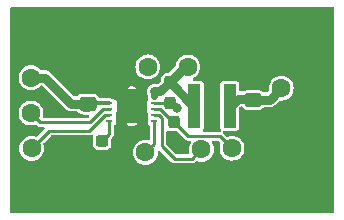
<source format=gbr>
%TF.GenerationSoftware,KiCad,Pcbnew,7.0.7*%
%TF.CreationDate,2023-12-24T20:56:02+03:00*%
%TF.ProjectId,Main_PCB_002,4d61696e-5f50-4434-925f-3030322e6b69,rev?*%
%TF.SameCoordinates,Original*%
%TF.FileFunction,Copper,L1,Top*%
%TF.FilePolarity,Positive*%
%FSLAX46Y46*%
G04 Gerber Fmt 4.6, Leading zero omitted, Abs format (unit mm)*
G04 Created by KiCad (PCBNEW 7.0.7) date 2023-12-24 20:56:02*
%MOMM*%
%LPD*%
G01*
G04 APERTURE LIST*
G04 Aperture macros list*
%AMRoundRect*
0 Rectangle with rounded corners*
0 $1 Rounding radius*
0 $2 $3 $4 $5 $6 $7 $8 $9 X,Y pos of 4 corners*
0 Add a 4 corners polygon primitive as box body*
4,1,4,$2,$3,$4,$5,$6,$7,$8,$9,$2,$3,0*
0 Add four circle primitives for the rounded corners*
1,1,$1+$1,$2,$3*
1,1,$1+$1,$4,$5*
1,1,$1+$1,$6,$7*
1,1,$1+$1,$8,$9*
0 Add four rect primitives between the rounded corners*
20,1,$1+$1,$2,$3,$4,$5,0*
20,1,$1+$1,$4,$5,$6,$7,0*
20,1,$1+$1,$6,$7,$8,$9,0*
20,1,$1+$1,$8,$9,$2,$3,0*%
G04 Aperture macros list end*
%TA.AperFunction,ComponentPad*%
%ADD10C,1.600000*%
%TD*%
%TA.AperFunction,SMDPad,CuDef*%
%ADD11RoundRect,0.250000X-0.475000X0.337500X-0.475000X-0.337500X0.475000X-0.337500X0.475000X0.337500X0*%
%TD*%
%TA.AperFunction,SMDPad,CuDef*%
%ADD12RoundRect,0.237500X-0.300000X-0.237500X0.300000X-0.237500X0.300000X0.237500X-0.300000X0.237500X0*%
%TD*%
%TA.AperFunction,SMDPad,CuDef*%
%ADD13R,1.092200X3.708400*%
%TD*%
%TA.AperFunction,SMDPad,CuDef*%
%ADD14RoundRect,0.250000X0.475000X-0.337500X0.475000X0.337500X-0.475000X0.337500X-0.475000X-0.337500X0*%
%TD*%
%TA.AperFunction,SMDPad,CuDef*%
%ADD15RoundRect,0.237500X-0.237500X0.300000X-0.237500X-0.300000X0.237500X-0.300000X0.237500X0.300000X0*%
%TD*%
%TA.AperFunction,SMDPad,CuDef*%
%ADD16RoundRect,0.237500X0.237500X-0.300000X0.237500X0.300000X-0.237500X0.300000X-0.237500X-0.300000X0*%
%TD*%
%TA.AperFunction,ComponentPad*%
%ADD17C,0.499999*%
%TD*%
%TA.AperFunction,SMDPad,CuDef*%
%ADD18R,2.600000X2.999999*%
%TD*%
%TA.AperFunction,SMDPad,CuDef*%
%ADD19R,0.599999X0.249999*%
%TD*%
%TA.AperFunction,ViaPad*%
%ADD20C,0.800000*%
%TD*%
%TA.AperFunction,Conductor*%
%ADD21C,0.750000*%
%TD*%
%TA.AperFunction,Conductor*%
%ADD22C,0.250000*%
%TD*%
%TA.AperFunction,Conductor*%
%ADD23C,0.600000*%
%TD*%
%TA.AperFunction,Conductor*%
%ADD24C,0.350000*%
%TD*%
%TA.AperFunction,Conductor*%
%ADD25C,0.500000*%
%TD*%
G04 APERTURE END LIST*
D10*
%TO.P,D8,1,Conn*%
%TO.N,GND2*%
X119800000Y-129500000D03*
%TD*%
%TO.P,D5,1,Conn*%
%TO.N,GND2*%
X119800000Y-117300000D03*
%TD*%
D11*
%TO.P,C28,2*%
%TO.N,GND2*%
X134112000Y-123952000D03*
%TO.P,C28,1*%
%TO.N,Net-(D2-Conn)*%
X134112000Y-121877000D03*
%TD*%
D12*
%TO.P,C26,2*%
%TO.N,GND2*%
X123062500Y-125400000D03*
%TO.P,C26,1*%
%TO.N,Net-(U1-SS)*%
X121337500Y-125400000D03*
%TD*%
D10*
%TO.P,D1,1,Conn*%
%TO.N,Net-(D1-Conn)*%
X125200000Y-119100000D03*
%TD*%
D13*
%TO.P,L1,2,2*%
%TO.N,Net-(D4-Conn)*%
X129133600Y-122377200D03*
%TO.P,L1,1,1*%
%TO.N,Net-(D2-Conn)*%
X132130800Y-122377200D03*
%TD*%
D10*
%TO.P,D9,1,Conn*%
%TO.N,Net-(D9-Conn)*%
X129743200Y-126085600D03*
%TD*%
%TO.P,D18,1,Conn*%
%TO.N,Net-(D18-Conn)*%
X115366800Y-126000000D03*
%TD*%
D14*
%TO.P,C5,2*%
%TO.N,GND2*%
X120100000Y-120125000D03*
%TO.P,C5,1*%
%TO.N,Net-(D17-Conn)*%
X120100000Y-122200000D03*
%TD*%
D10*
%TO.P,D7,1,Conn*%
%TO.N,Net-(D7-Conn)*%
X132334000Y-125984000D03*
%TD*%
%TO.P,D19,1,Conn*%
%TO.N,Net-(D19-Conn)*%
X115316000Y-123000000D03*
%TD*%
%TO.P,D2,1,Conn*%
%TO.N,Net-(D2-Conn)*%
X136499600Y-120904000D03*
%TD*%
%TO.P,D6,1,Conn*%
%TO.N,Net-(D6-Conn)*%
X125000000Y-126339600D03*
%TD*%
D15*
%TO.P,C2,2*%
%TO.N,GND2*%
X127406400Y-125473800D03*
%TO.P,C2,1*%
%TO.N,Net-(D7-Conn)*%
X127406400Y-123748800D03*
%TD*%
D16*
%TO.P,C27,2*%
%TO.N,Net-(D4-Conn)*%
X127050800Y-120397100D03*
%TO.P,C27,1*%
%TO.N,Net-(D1-Conn)*%
X127050800Y-122122100D03*
%TD*%
D17*
%TO.P,U1,V*%
%TO.N,N/C*%
X124850401Y-122428000D03*
X123850400Y-123628000D03*
X123850400Y-122428000D03*
X123850400Y-121228000D03*
X122850399Y-122428000D03*
D18*
%TO.P,U1,13,PAD*%
%TO.N,GND2*%
X123850400Y-122428000D03*
D19*
%TO.P,U1,12,SW*%
%TO.N,Net-(D4-Conn)*%
X125750399Y-121178000D03*
%TO.P,U1,11,SW*%
X125750399Y-121677999D03*
%TO.P,U1,10,BST*%
%TO.N,Net-(D1-Conn)*%
X125750399Y-122177998D03*
%TO.P,U1,9,VCC*%
%TO.N,Net-(D7-Conn)*%
X125750399Y-122678000D03*
%TO.P,U1,8,FB*%
%TO.N,Net-(D9-Conn)*%
X125750399Y-123177998D03*
%TO.P,U1,7,FPWM*%
%TO.N,Net-(D6-Conn)*%
X125750399Y-123678000D03*
%TO.P,U1,6,SS*%
%TO.N,Net-(U1-SS)*%
X121950401Y-123678000D03*
%TO.P,U1,5,RON*%
%TO.N,Net-(D18-Conn)*%
X121950401Y-123177998D03*
%TO.P,U1,4,EN_UVLO*%
%TO.N,Net-(D19-Conn)*%
X121950401Y-122678000D03*
%TO.P,U1,3,VIN*%
%TO.N,Net-(D17-Conn)*%
X121950401Y-122178000D03*
%TO.P,U1,2,PGND*%
%TO.N,GND2*%
X121950401Y-121677999D03*
%TO.P,U1,1,AGND*%
X121950401Y-121178000D03*
%TD*%
D10*
%TO.P,D17,1,Conn*%
%TO.N,Net-(D17-Conn)*%
X115316000Y-120000000D03*
%TD*%
%TO.P,D4,1,Conn*%
%TO.N,Net-(D4-Conn)*%
X128600000Y-119100000D03*
%TD*%
%TO.P,D3,1,Conn*%
%TO.N,GND2*%
X136550400Y-124663200D03*
%TD*%
D20*
%TO.N,Net-(D1-Conn)*%
X127716004Y-122614911D03*
%TD*%
D21*
%TO.N,Net-(D17-Conn)*%
X116500000Y-120000000D02*
X118700000Y-122200000D01*
X118700000Y-122200000D02*
X120100000Y-122200000D01*
X115316000Y-120000000D02*
X116500000Y-120000000D01*
D22*
%TO.N,Net-(U1-SS)*%
X121950401Y-124787099D02*
X121337500Y-125400000D01*
X121950401Y-123678000D02*
X121950401Y-124787099D01*
D23*
%TO.N,Net-(D4-Conn)*%
X125750399Y-121178000D02*
X125750399Y-121552998D01*
D21*
X127050800Y-120397100D02*
X126269900Y-121178000D01*
X126269900Y-121178000D02*
X125750399Y-121178000D01*
%TO.N,Net-(D2-Conn)*%
X135526600Y-121877000D02*
X136499600Y-120904000D01*
X134112000Y-121877000D02*
X135526600Y-121877000D01*
X134035000Y-121800000D02*
X134112000Y-121877000D01*
X132800000Y-121800000D02*
X134035000Y-121800000D01*
X132222800Y-122377200D02*
X132800000Y-121800000D01*
X132130800Y-122377200D02*
X132222800Y-122377200D01*
%TO.N,Net-(D4-Conn)*%
X128347900Y-119100000D02*
X127050800Y-120397100D01*
X128600000Y-119100000D02*
X128347900Y-119100000D01*
X129030900Y-122377200D02*
X127050800Y-120397100D01*
X129133600Y-122377200D02*
X129030900Y-122377200D01*
D22*
%TO.N,Net-(D6-Conn)*%
X125750399Y-125589201D02*
X125000000Y-126339600D01*
X125750399Y-123678000D02*
X125750399Y-125589201D01*
%TO.N,Net-(D9-Conn)*%
X126137307Y-123177998D02*
X125750399Y-123177998D01*
X126400000Y-123440691D02*
X126137307Y-123177998D01*
X126400000Y-125800000D02*
X126400000Y-123440691D01*
X128943201Y-126885599D02*
X127485599Y-126885599D01*
X127485599Y-126885599D02*
X126400000Y-125800000D01*
X129743200Y-126085600D02*
X128943201Y-126885599D01*
%TO.N,Net-(D7-Conn)*%
X131310600Y-124960600D02*
X132334000Y-125984000D01*
X128618200Y-124960600D02*
X131310600Y-124960600D01*
X127406400Y-123748800D02*
X128618200Y-124960600D01*
X127344505Y-123748800D02*
X127406400Y-123748800D01*
X126273705Y-122678000D02*
X127344505Y-123748800D01*
X125750399Y-122678000D02*
X126273705Y-122678000D01*
%TO.N,Net-(D1-Conn)*%
X126994902Y-122177998D02*
X125750399Y-122177998D01*
X127050800Y-122122100D02*
X126994902Y-122177998D01*
%TO.N,Net-(D18-Conn)*%
X116866800Y-124500000D02*
X115366800Y-126000000D01*
X121558398Y-123177998D02*
X120236396Y-124500000D01*
X120236396Y-124500000D02*
X116866800Y-124500000D01*
X121950401Y-123177998D02*
X121558398Y-123177998D01*
%TO.N,Net-(D19-Conn)*%
X116115999Y-123799999D02*
X115316000Y-123000000D01*
X120300001Y-123799999D02*
X116115999Y-123799999D01*
X121422000Y-122678000D02*
X120300001Y-123799999D01*
X121950401Y-122678000D02*
X121422000Y-122678000D01*
D24*
%TO.N,Net-(D17-Conn)*%
X120259500Y-122178000D02*
X119800000Y-122637500D01*
D25*
X119800000Y-122637500D02*
X120237500Y-122637500D01*
D24*
X121950401Y-122178000D02*
X120259500Y-122178000D01*
D22*
%TO.N,Net-(D19-Conn)*%
X121950401Y-122678000D02*
X121978000Y-122678000D01*
%TD*%
%TA.AperFunction,Conductor*%
%TO.N,GND2*%
G36*
X126942828Y-124485318D02*
G01*
X127012042Y-124511134D01*
X127064100Y-124530551D01*
X127122209Y-124536799D01*
X127122226Y-124536800D01*
X127612001Y-124536800D01*
X127679040Y-124556485D01*
X127699681Y-124573118D01*
X128028257Y-124901695D01*
X128316050Y-125189488D01*
X128332175Y-125209344D01*
X128338113Y-125218432D01*
X128338116Y-125218436D01*
X128366125Y-125240236D01*
X128371887Y-125245325D01*
X128374682Y-125248120D01*
X128393695Y-125261694D01*
X128437011Y-125295409D01*
X128437018Y-125295411D01*
X128443920Y-125299147D01*
X128450996Y-125302606D01*
X128451001Y-125302610D01*
X128456678Y-125304300D01*
X128503603Y-125318270D01*
X128555538Y-125336100D01*
X128563272Y-125337390D01*
X128571110Y-125338367D01*
X128571112Y-125338368D01*
X128571113Y-125338367D01*
X128571114Y-125338368D01*
X128625956Y-125336100D01*
X128745786Y-125336100D01*
X128812825Y-125355785D01*
X128858580Y-125408589D01*
X128868524Y-125477747D01*
X128855145Y-125518550D01*
X128822275Y-125580046D01*
X128767969Y-125681643D01*
X128707899Y-125879667D01*
X128687617Y-126085600D01*
X128707899Y-126291532D01*
X128707900Y-126291534D01*
X128722480Y-126339600D01*
X128725667Y-126350104D01*
X128726290Y-126419971D01*
X128689042Y-126479084D01*
X128625747Y-126508675D01*
X128607006Y-126510099D01*
X127692498Y-126510099D01*
X127625459Y-126490414D01*
X127604817Y-126473780D01*
X126811818Y-125680781D01*
X126778333Y-125619458D01*
X126775499Y-125593100D01*
X126775499Y-124996559D01*
X126775499Y-124601499D01*
X126795184Y-124534463D01*
X126847988Y-124488708D01*
X126917146Y-124478764D01*
X126942828Y-124485318D01*
G37*
%TD.AperFunction*%
%TA.AperFunction,Conductor*%
G36*
X140932539Y-114030185D02*
G01*
X140978294Y-114082989D01*
X140989500Y-114134500D01*
X140989500Y-131365500D01*
X140969815Y-131432539D01*
X140917011Y-131478294D01*
X140865500Y-131489500D01*
X113634500Y-131489500D01*
X113567461Y-131469815D01*
X113521706Y-131417011D01*
X113510500Y-131365500D01*
X113510500Y-123000000D01*
X114260417Y-123000000D01*
X114280699Y-123205932D01*
X114310734Y-123304943D01*
X114340768Y-123403954D01*
X114438315Y-123586450D01*
X114438317Y-123586452D01*
X114569589Y-123746410D01*
X114666209Y-123825702D01*
X114729550Y-123877685D01*
X114912046Y-123975232D01*
X115110066Y-124035300D01*
X115110065Y-124035300D01*
X115128529Y-124037118D01*
X115316000Y-124055583D01*
X115521934Y-124035300D01*
X115679709Y-123987439D01*
X115749574Y-123986817D01*
X115803383Y-124018420D01*
X115813848Y-124028885D01*
X115829977Y-124048746D01*
X115834443Y-124055583D01*
X115835915Y-124057835D01*
X115863931Y-124079640D01*
X115869692Y-124084729D01*
X115872481Y-124087518D01*
X115891482Y-124101084D01*
X115926703Y-124128498D01*
X115934810Y-124134808D01*
X115941721Y-124138548D01*
X115948799Y-124142009D01*
X115970139Y-124148362D01*
X116001404Y-124157670D01*
X116053339Y-124175499D01*
X116053341Y-124175499D01*
X116061078Y-124176790D01*
X116068908Y-124177766D01*
X116068910Y-124177767D01*
X116068911Y-124177766D01*
X116068912Y-124177767D01*
X116123754Y-124175499D01*
X116360899Y-124175499D01*
X116427938Y-124195184D01*
X116473693Y-124247988D01*
X116483637Y-124317146D01*
X116454612Y-124380702D01*
X116448580Y-124387180D01*
X115854181Y-124981578D01*
X115792858Y-125015063D01*
X115730506Y-125012558D01*
X115572733Y-124964699D01*
X115572734Y-124964699D01*
X115366800Y-124944417D01*
X115160867Y-124964699D01*
X115003097Y-125012558D01*
X114969387Y-125022784D01*
X114962843Y-125024769D01*
X114872398Y-125073114D01*
X114780350Y-125122315D01*
X114780348Y-125122316D01*
X114780347Y-125122317D01*
X114620389Y-125253589D01*
X114489117Y-125413547D01*
X114391569Y-125596043D01*
X114331499Y-125794067D01*
X114311217Y-125999999D01*
X114331499Y-126205932D01*
X114331500Y-126205934D01*
X114391568Y-126403954D01*
X114489115Y-126586450D01*
X114489117Y-126586452D01*
X114620389Y-126746410D01*
X114717009Y-126825702D01*
X114780350Y-126877685D01*
X114962846Y-126975232D01*
X115160866Y-127035300D01*
X115160865Y-127035300D01*
X115179329Y-127037118D01*
X115366800Y-127055583D01*
X115572734Y-127035300D01*
X115770754Y-126975232D01*
X115953250Y-126877685D01*
X116113210Y-126746410D01*
X116244485Y-126586450D01*
X116342032Y-126403954D01*
X116402100Y-126205934D01*
X116422383Y-126000000D01*
X116402100Y-125794066D01*
X116354239Y-125636290D01*
X116353616Y-125566426D01*
X116385217Y-125512618D01*
X116986017Y-124911819D01*
X117047341Y-124878334D01*
X117073699Y-124875500D01*
X120184592Y-124875500D01*
X120210037Y-124878139D01*
X120213836Y-124878935D01*
X120220664Y-124880367D01*
X120241621Y-124877754D01*
X120255888Y-124875977D01*
X120263564Y-124875500D01*
X120267508Y-124875500D01*
X120267510Y-124875500D01*
X120267512Y-124875499D01*
X120267518Y-124875499D01*
X120282883Y-124872934D01*
X120290536Y-124871657D01*
X120345022Y-124864866D01*
X120345023Y-124864865D01*
X120345025Y-124864865D01*
X120352537Y-124862628D01*
X120360002Y-124860066D01*
X120360002Y-124860065D01*
X120360006Y-124860065D01*
X120408248Y-124833957D01*
X120410439Y-124832884D01*
X120411378Y-124832425D01*
X120480245Y-124820637D01*
X120544554Y-124847952D01*
X120583886Y-124905699D01*
X120585755Y-124975544D01*
X120582068Y-124987137D01*
X120555748Y-125057700D01*
X120549500Y-125115809D01*
X120549500Y-125684190D01*
X120555748Y-125742299D01*
X120604789Y-125873780D01*
X120630875Y-125908626D01*
X120688884Y-125986116D01*
X120801222Y-126070212D01*
X120893594Y-126104665D01*
X120932700Y-126119251D01*
X120990809Y-126125499D01*
X120990826Y-126125500D01*
X121684174Y-126125500D01*
X121684190Y-126125499D01*
X121742299Y-126119251D01*
X121742298Y-126119251D01*
X121873778Y-126070212D01*
X121986116Y-125986116D01*
X122070212Y-125873778D01*
X122119251Y-125742299D01*
X122119250Y-125742298D01*
X122125499Y-125684190D01*
X122125498Y-125684183D01*
X122125500Y-125684174D01*
X122125499Y-125194399D01*
X122145183Y-125127361D01*
X122161818Y-125106719D01*
X122179291Y-125089246D01*
X122199150Y-125073119D01*
X122208237Y-125067183D01*
X122230045Y-125039161D01*
X122235122Y-125033415D01*
X122237921Y-125030617D01*
X122251495Y-125011603D01*
X122270539Y-124987137D01*
X122285208Y-124968291D01*
X122288948Y-124961379D01*
X122292404Y-124954306D01*
X122292411Y-124954298D01*
X122308071Y-124901695D01*
X122325901Y-124849759D01*
X122325901Y-124849754D01*
X122327191Y-124842023D01*
X122328169Y-124834184D01*
X122325901Y-124779343D01*
X122325901Y-124458887D01*
X122325900Y-124120105D01*
X122345584Y-124053067D01*
X122381007Y-124017005D01*
X122431002Y-123983601D01*
X122486367Y-123900740D01*
X122500901Y-123827674D01*
X122500901Y-123528326D01*
X122500901Y-123528323D01*
X122500900Y-123528321D01*
X122485757Y-123452189D01*
X122485757Y-123403806D01*
X122500901Y-123327674D01*
X122500901Y-123028330D01*
X122500901Y-123028324D01*
X122500899Y-123028318D01*
X122500526Y-123024524D01*
X122500901Y-123022546D01*
X122500901Y-123022232D01*
X122500961Y-123022232D01*
X122513543Y-122955877D01*
X122561607Y-122905166D01*
X122629457Y-122888489D01*
X122658861Y-122893388D01*
X122712108Y-122909023D01*
X122778437Y-122928499D01*
X122778438Y-122928499D01*
X122922361Y-122928499D01*
X122922361Y-122928498D01*
X123041935Y-122893389D01*
X123060449Y-122887953D01*
X123060449Y-122887952D01*
X123060452Y-122887952D01*
X123181527Y-122810142D01*
X123256687Y-122723401D01*
X123315463Y-122685628D01*
X123385332Y-122685627D01*
X123444111Y-122723401D01*
X123444112Y-122723403D01*
X123519269Y-122810140D01*
X123519271Y-122810141D01*
X123519272Y-122810142D01*
X123523291Y-122812725D01*
X123640348Y-122887953D01*
X123712107Y-122909023D01*
X123770885Y-122946797D01*
X123799910Y-123010353D01*
X123789966Y-123079511D01*
X123744212Y-123132315D01*
X123712107Y-123146977D01*
X123640348Y-123168046D01*
X123519269Y-123245859D01*
X123425026Y-123354622D01*
X123425023Y-123354628D01*
X123365235Y-123485543D01*
X123344754Y-123627999D01*
X123365235Y-123770456D01*
X123425023Y-123901371D01*
X123425026Y-123901377D01*
X123519269Y-124010140D01*
X123519271Y-124010141D01*
X123519272Y-124010142D01*
X123640347Y-124087952D01*
X123640350Y-124087953D01*
X123640349Y-124087953D01*
X123778436Y-124128498D01*
X123778438Y-124128499D01*
X123778439Y-124128499D01*
X123922362Y-124128499D01*
X123922362Y-124128498D01*
X124060453Y-124087952D01*
X124181528Y-124010142D01*
X124181530Y-124010140D01*
X124275773Y-123901377D01*
X124275773Y-123901375D01*
X124275776Y-123901373D01*
X124335564Y-123770457D01*
X124356046Y-123628000D01*
X124335564Y-123485543D01*
X124275776Y-123354627D01*
X124275774Y-123354625D01*
X124275773Y-123354622D01*
X124181530Y-123245859D01*
X124129656Y-123212522D01*
X124060453Y-123168048D01*
X124060451Y-123168047D01*
X124060449Y-123168046D01*
X124060450Y-123168046D01*
X123988693Y-123146977D01*
X123929914Y-123109203D01*
X123900889Y-123045648D01*
X123910832Y-122976489D01*
X123956587Y-122923685D01*
X123988693Y-122909023D01*
X124060450Y-122887953D01*
X124060450Y-122887952D01*
X124060453Y-122887952D01*
X124181528Y-122810142D01*
X124256688Y-122723401D01*
X124315464Y-122685628D01*
X124385333Y-122685627D01*
X124444112Y-122723401D01*
X124444113Y-122723403D01*
X124519270Y-122810140D01*
X124519272Y-122810141D01*
X124519273Y-122810142D01*
X124640348Y-122887952D01*
X124640351Y-122887953D01*
X124640350Y-122887953D01*
X124683900Y-122900740D01*
X124776737Y-122927999D01*
X124778437Y-122928498D01*
X124778439Y-122928499D01*
X124778440Y-122928499D01*
X124922362Y-122928499D01*
X125041937Y-122893389D01*
X125111804Y-122893389D01*
X125170583Y-122931163D01*
X125199608Y-122994719D01*
X125200274Y-123024511D01*
X125199899Y-123028321D01*
X125199899Y-123028324D01*
X125199899Y-123327672D01*
X125199899Y-123327674D01*
X125199898Y-123327674D01*
X125215043Y-123403806D01*
X125215043Y-123452189D01*
X125199899Y-123528321D01*
X125199899Y-123827678D01*
X125214431Y-123900735D01*
X125214432Y-123900739D01*
X125232804Y-123928234D01*
X125269798Y-123983601D01*
X125319789Y-124017003D01*
X125364593Y-124070614D01*
X125374898Y-124120105D01*
X125374898Y-125188359D01*
X125355213Y-125255398D01*
X125302409Y-125301153D01*
X125233251Y-125311097D01*
X125214909Y-125307022D01*
X125205931Y-125304299D01*
X125205934Y-125304299D01*
X125018463Y-125285835D01*
X125000000Y-125284017D01*
X124999999Y-125284017D01*
X124794067Y-125304299D01*
X124596043Y-125364369D01*
X124533973Y-125397547D01*
X124413550Y-125461915D01*
X124413548Y-125461916D01*
X124413547Y-125461917D01*
X124253589Y-125593189D01*
X124131220Y-125742299D01*
X124122315Y-125753150D01*
X124100445Y-125794065D01*
X124024769Y-125935643D01*
X123964699Y-126133667D01*
X123944417Y-126339600D01*
X123964699Y-126545532D01*
X123977112Y-126586452D01*
X124024768Y-126743554D01*
X124122315Y-126926050D01*
X124122317Y-126926052D01*
X124253589Y-127086010D01*
X124320819Y-127141183D01*
X124413550Y-127217285D01*
X124596046Y-127314832D01*
X124794066Y-127374900D01*
X124794065Y-127374900D01*
X124814348Y-127376897D01*
X125000000Y-127395183D01*
X125205934Y-127374900D01*
X125403954Y-127314832D01*
X125586450Y-127217285D01*
X125746410Y-127086010D01*
X125877685Y-126926050D01*
X125975232Y-126743554D01*
X126035300Y-126545534D01*
X126055583Y-126339600D01*
X126050987Y-126292942D01*
X126064005Y-126224300D01*
X126112069Y-126173589D01*
X126179920Y-126156913D01*
X126246015Y-126179568D01*
X126262071Y-126193109D01*
X127183449Y-127114487D01*
X127199574Y-127134343D01*
X127205512Y-127143431D01*
X127205515Y-127143435D01*
X127233524Y-127165235D01*
X127239286Y-127170324D01*
X127242081Y-127173119D01*
X127261094Y-127186693D01*
X127304410Y-127220408D01*
X127304417Y-127220410D01*
X127311319Y-127224146D01*
X127318395Y-127227605D01*
X127318400Y-127227609D01*
X127371002Y-127243269D01*
X127422937Y-127261099D01*
X127430671Y-127262389D01*
X127438509Y-127263366D01*
X127438511Y-127263367D01*
X127438512Y-127263366D01*
X127438513Y-127263367D01*
X127493355Y-127261099D01*
X128891397Y-127261099D01*
X128916842Y-127263738D01*
X128920641Y-127264534D01*
X128927469Y-127265966D01*
X128948426Y-127263353D01*
X128962693Y-127261576D01*
X128970369Y-127261099D01*
X128974313Y-127261099D01*
X128974315Y-127261099D01*
X128974317Y-127261098D01*
X128974323Y-127261098D01*
X128989688Y-127258533D01*
X128997341Y-127257256D01*
X129051827Y-127250465D01*
X129051828Y-127250464D01*
X129051830Y-127250464D01*
X129059342Y-127248227D01*
X129066807Y-127245665D01*
X129066807Y-127245664D01*
X129066811Y-127245664D01*
X129115078Y-127219543D01*
X129164412Y-127195425D01*
X129164414Y-127195422D01*
X129170795Y-127190867D01*
X129177021Y-127186020D01*
X129177027Y-127186018D01*
X129214209Y-127145627D01*
X129255817Y-127104018D01*
X129317137Y-127070534D01*
X129379490Y-127073039D01*
X129516125Y-127114487D01*
X129537263Y-127120899D01*
X129537265Y-127120900D01*
X129555729Y-127122718D01*
X129743200Y-127141183D01*
X129949134Y-127120900D01*
X130147154Y-127060832D01*
X130329650Y-126963285D01*
X130489610Y-126832010D01*
X130620885Y-126672050D01*
X130718432Y-126489554D01*
X130778500Y-126291534D01*
X130798783Y-126085600D01*
X130778500Y-125879666D01*
X130718432Y-125681646D01*
X130631255Y-125518551D01*
X130617014Y-125450151D01*
X130642014Y-125384907D01*
X130698318Y-125343536D01*
X130740614Y-125336100D01*
X131103701Y-125336100D01*
X131170740Y-125355785D01*
X131191382Y-125372419D01*
X131315580Y-125496617D01*
X131349065Y-125557940D01*
X131346560Y-125620290D01*
X131327177Y-125684190D01*
X131298699Y-125778067D01*
X131278417Y-125983999D01*
X131298699Y-126189932D01*
X131328734Y-126288943D01*
X131358768Y-126387954D01*
X131456315Y-126570450D01*
X131490969Y-126612677D01*
X131587589Y-126730410D01*
X131684209Y-126809702D01*
X131747550Y-126861685D01*
X131930046Y-126959232D01*
X132128066Y-127019300D01*
X132128065Y-127019300D01*
X132146529Y-127021118D01*
X132334000Y-127039583D01*
X132539934Y-127019300D01*
X132737954Y-126959232D01*
X132920450Y-126861685D01*
X133080410Y-126730410D01*
X133211685Y-126570450D01*
X133309232Y-126387954D01*
X133369300Y-126189934D01*
X133389583Y-125984000D01*
X133369300Y-125778066D01*
X133309232Y-125580046D01*
X133211685Y-125397550D01*
X133135157Y-125304300D01*
X133080410Y-125237589D01*
X132946095Y-125127361D01*
X132920450Y-125106315D01*
X132737954Y-125008768D01*
X132539934Y-124948700D01*
X132539932Y-124948699D01*
X132539934Y-124948699D01*
X132352463Y-124930235D01*
X132334000Y-124928417D01*
X132333999Y-124928417D01*
X132128067Y-124948699D01*
X131970293Y-124996559D01*
X131900426Y-124997182D01*
X131846617Y-124965579D01*
X131612749Y-124731711D01*
X131596622Y-124711852D01*
X131590686Y-124702767D01*
X131590685Y-124702766D01*
X131590684Y-124702764D01*
X131590681Y-124702761D01*
X131583725Y-124695205D01*
X131584975Y-124694054D01*
X131551142Y-124647045D01*
X131547467Y-124577273D01*
X131582097Y-124516589D01*
X131644038Y-124484260D01*
X131668117Y-124481900D01*
X132701576Y-124481900D01*
X132701577Y-124481899D01*
X132774640Y-124467366D01*
X132857501Y-124412001D01*
X132912866Y-124329140D01*
X132927400Y-124256074D01*
X132927400Y-122608553D01*
X132947085Y-122541514D01*
X132963719Y-122520872D01*
X133021186Y-122463405D01*
X133082509Y-122429920D01*
X133152201Y-122434904D01*
X133208133Y-122476774D01*
X133233244Y-122510318D01*
X133278264Y-122570457D01*
X133279455Y-122572047D01*
X133394664Y-122658293D01*
X133394671Y-122658297D01*
X133529517Y-122708591D01*
X133529516Y-122708591D01*
X133536444Y-122709335D01*
X133589127Y-122715000D01*
X134634872Y-122714999D01*
X134694483Y-122708591D01*
X134829331Y-122658296D01*
X134944546Y-122572046D01*
X134959410Y-122552189D01*
X135015343Y-122510318D01*
X135058677Y-122502500D01*
X135443857Y-122502500D01*
X135459477Y-122504224D01*
X135459504Y-122503939D01*
X135467260Y-122504671D01*
X135467267Y-122504673D01*
X135536414Y-122502500D01*
X135565950Y-122502500D01*
X135572828Y-122501630D01*
X135578641Y-122501172D01*
X135625227Y-122499709D01*
X135644469Y-122494117D01*
X135663512Y-122490174D01*
X135683392Y-122487664D01*
X135726722Y-122470507D01*
X135732246Y-122468617D01*
X135735996Y-122467527D01*
X135776990Y-122455618D01*
X135794229Y-122445422D01*
X135811703Y-122436862D01*
X135830327Y-122429488D01*
X135830327Y-122429487D01*
X135830332Y-122429486D01*
X135868049Y-122402082D01*
X135872905Y-122398892D01*
X135913020Y-122375170D01*
X135927189Y-122360999D01*
X135941979Y-122348368D01*
X135958187Y-122336594D01*
X135987899Y-122300676D01*
X135991812Y-122296376D01*
X136302469Y-121985719D01*
X136363790Y-121952236D01*
X136402298Y-121949999D01*
X136499600Y-121959583D01*
X136705534Y-121939300D01*
X136903554Y-121879232D01*
X137086050Y-121781685D01*
X137246010Y-121650410D01*
X137377285Y-121490450D01*
X137474832Y-121307954D01*
X137534900Y-121109934D01*
X137555183Y-120904000D01*
X137534900Y-120698066D01*
X137474832Y-120500046D01*
X137377285Y-120317550D01*
X137280824Y-120200011D01*
X137246010Y-120157589D01*
X137115439Y-120050434D01*
X137086050Y-120026315D01*
X136903554Y-119928768D01*
X136705534Y-119868700D01*
X136705532Y-119868699D01*
X136705534Y-119868699D01*
X136499600Y-119848417D01*
X136293667Y-119868699D01*
X136095643Y-119928769D01*
X135985498Y-119987643D01*
X135913150Y-120026315D01*
X135913148Y-120026316D01*
X135913147Y-120026317D01*
X135753189Y-120157589D01*
X135621917Y-120317547D01*
X135621915Y-120317550D01*
X135608633Y-120342399D01*
X135524369Y-120500043D01*
X135524368Y-120500045D01*
X135524368Y-120500046D01*
X135519474Y-120516181D01*
X135464299Y-120698067D01*
X135444017Y-120904000D01*
X135453599Y-121001296D01*
X135440580Y-121069942D01*
X135417878Y-121101129D01*
X135303829Y-121215180D01*
X135242506Y-121248666D01*
X135216147Y-121251500D01*
X135058677Y-121251500D01*
X134991638Y-121231815D01*
X134959410Y-121201810D01*
X134944545Y-121181953D01*
X134944544Y-121181952D01*
X134829335Y-121095706D01*
X134829328Y-121095702D01*
X134694482Y-121045408D01*
X134694483Y-121045408D01*
X134634883Y-121039001D01*
X134634881Y-121039000D01*
X134634873Y-121039000D01*
X134634864Y-121039000D01*
X133589129Y-121039000D01*
X133589123Y-121039001D01*
X133529516Y-121045408D01*
X133394671Y-121095702D01*
X133394668Y-121095704D01*
X133322450Y-121149767D01*
X133256986Y-121174184D01*
X133248139Y-121174500D01*
X133051400Y-121174500D01*
X132984361Y-121154815D01*
X132938606Y-121102011D01*
X132927400Y-121050500D01*
X132927400Y-120498323D01*
X132927399Y-120498321D01*
X132912867Y-120425264D01*
X132912866Y-120425260D01*
X132898630Y-120403954D01*
X132857501Y-120342399D01*
X132774640Y-120287034D01*
X132774639Y-120287033D01*
X132774635Y-120287032D01*
X132701577Y-120272500D01*
X132701574Y-120272500D01*
X131560026Y-120272500D01*
X131560023Y-120272500D01*
X131486964Y-120287032D01*
X131486960Y-120287033D01*
X131404099Y-120342399D01*
X131348733Y-120425260D01*
X131348732Y-120425264D01*
X131334200Y-120498321D01*
X131334199Y-120498323D01*
X131334199Y-124256076D01*
X131334200Y-124256078D01*
X131348732Y-124329135D01*
X131348735Y-124329143D01*
X131390875Y-124392210D01*
X131411753Y-124458887D01*
X131393268Y-124526267D01*
X131341289Y-124572957D01*
X131287773Y-124585100D01*
X129976627Y-124585100D01*
X129909588Y-124565415D01*
X129863833Y-124512611D01*
X129853889Y-124443453D01*
X129873525Y-124392210D01*
X129915664Y-124329143D01*
X129915664Y-124329142D01*
X129915666Y-124329140D01*
X129930200Y-124256074D01*
X129930200Y-120498326D01*
X129915666Y-120425260D01*
X129860301Y-120342399D01*
X129777440Y-120287034D01*
X129777439Y-120287033D01*
X129777435Y-120287032D01*
X129704377Y-120272500D01*
X129704374Y-120272500D01*
X129129927Y-120272500D01*
X129062888Y-120252815D01*
X129017133Y-120200011D01*
X129007189Y-120130853D01*
X129036214Y-120067297D01*
X129071473Y-120039142D01*
X129186450Y-119977685D01*
X129346410Y-119846410D01*
X129477685Y-119686450D01*
X129575232Y-119503954D01*
X129635300Y-119305934D01*
X129655583Y-119100000D01*
X129635300Y-118894066D01*
X129575232Y-118696046D01*
X129477685Y-118513550D01*
X129425702Y-118450209D01*
X129346410Y-118353589D01*
X129186452Y-118222317D01*
X129186453Y-118222317D01*
X129186450Y-118222315D01*
X129003954Y-118124768D01*
X128805934Y-118064700D01*
X128805932Y-118064699D01*
X128805934Y-118064699D01*
X128618463Y-118046235D01*
X128600000Y-118044417D01*
X128599999Y-118044417D01*
X128394067Y-118064699D01*
X128196043Y-118124769D01*
X128085897Y-118183643D01*
X128013550Y-118222315D01*
X128013548Y-118222316D01*
X128013547Y-118222317D01*
X127853589Y-118353589D01*
X127722317Y-118513547D01*
X127624769Y-118696043D01*
X127564699Y-118894067D01*
X127557626Y-118965878D01*
X127531464Y-119030665D01*
X127521904Y-119041403D01*
X126990528Y-119572781D01*
X126929205Y-119606266D01*
X126902847Y-119609100D01*
X126766609Y-119609100D01*
X126708500Y-119615348D01*
X126577019Y-119664389D01*
X126464684Y-119748484D01*
X126380589Y-119860819D01*
X126337002Y-119977682D01*
X126331549Y-119992301D01*
X126325300Y-120050426D01*
X126325299Y-120050434D01*
X126325300Y-120050434D01*
X126325299Y-120050436D01*
X126325299Y-120186647D01*
X126305614Y-120253686D01*
X126288980Y-120274327D01*
X126047126Y-120516182D01*
X125985806Y-120549666D01*
X125959447Y-120552500D01*
X125711039Y-120552500D01*
X125593607Y-120567336D01*
X125593605Y-120567336D01*
X125446668Y-120625513D01*
X125446659Y-120625518D01*
X125318815Y-120718402D01*
X125318814Y-120718403D01*
X125218073Y-120840178D01*
X125150786Y-120983171D01*
X125150784Y-120983174D01*
X125134233Y-121069942D01*
X125121172Y-121138412D01*
X125121172Y-121138414D01*
X125121172Y-121138415D01*
X125131095Y-121296137D01*
X125131095Y-121296140D01*
X125179932Y-121446441D01*
X125180594Y-121447484D01*
X125180870Y-121448436D01*
X125183254Y-121453501D01*
X125182451Y-121453878D01*
X125199899Y-121513929D01*
X125199899Y-121827678D01*
X125200274Y-121831490D01*
X125199899Y-121833466D01*
X125199899Y-121833765D01*
X125199842Y-121833765D01*
X125187249Y-121900135D01*
X125139179Y-121950841D01*
X125071327Y-121967509D01*
X125041936Y-121962610D01*
X124922364Y-121927501D01*
X124922362Y-121927501D01*
X124778440Y-121927501D01*
X124778437Y-121927501D01*
X124640350Y-121968046D01*
X124519272Y-122045858D01*
X124444113Y-122132597D01*
X124385335Y-122170371D01*
X124315465Y-122170371D01*
X124256687Y-122132597D01*
X124256687Y-122132596D01*
X124181530Y-122045859D01*
X124141169Y-122019921D01*
X124060453Y-121968048D01*
X124060451Y-121968047D01*
X124060449Y-121968046D01*
X124060450Y-121968046D01*
X123988693Y-121946977D01*
X123929914Y-121909203D01*
X123900889Y-121845648D01*
X123910832Y-121776489D01*
X123956587Y-121723685D01*
X123988693Y-121709023D01*
X124060450Y-121687953D01*
X124060450Y-121687952D01*
X124060453Y-121687952D01*
X124181528Y-121610142D01*
X124243882Y-121538181D01*
X124275773Y-121501377D01*
X124275773Y-121501375D01*
X124275776Y-121501373D01*
X124335564Y-121370457D01*
X124356046Y-121228000D01*
X124335564Y-121085543D01*
X124275776Y-120954627D01*
X124275774Y-120954625D01*
X124275773Y-120954622D01*
X124181530Y-120845859D01*
X124141169Y-120819921D01*
X124060453Y-120768048D01*
X124060451Y-120768047D01*
X124060449Y-120768046D01*
X124060450Y-120768046D01*
X123922363Y-120727501D01*
X123922361Y-120727501D01*
X123778439Y-120727501D01*
X123778436Y-120727501D01*
X123640349Y-120768046D01*
X123519269Y-120845859D01*
X123425026Y-120954622D01*
X123425023Y-120954628D01*
X123365235Y-121085543D01*
X123344754Y-121227999D01*
X123365235Y-121370456D01*
X123425023Y-121501371D01*
X123425026Y-121501377D01*
X123519269Y-121610140D01*
X123640348Y-121687953D01*
X123712107Y-121709023D01*
X123770885Y-121746797D01*
X123799910Y-121810353D01*
X123789966Y-121879511D01*
X123744212Y-121932315D01*
X123712107Y-121946977D01*
X123640348Y-121968046D01*
X123519271Y-122045858D01*
X123444112Y-122132597D01*
X123385334Y-122170371D01*
X123315464Y-122170371D01*
X123256686Y-122132597D01*
X123256686Y-122132596D01*
X123181529Y-122045859D01*
X123141168Y-122019921D01*
X123060452Y-121968048D01*
X123060450Y-121968047D01*
X123060448Y-121968046D01*
X123060449Y-121968046D01*
X122922362Y-121927501D01*
X122922360Y-121927501D01*
X122778438Y-121927501D01*
X122778435Y-121927501D01*
X122640348Y-121968046D01*
X122632281Y-121971731D01*
X122631649Y-121970349D01*
X122574028Y-121987266D01*
X122506989Y-121967579D01*
X122470930Y-121932157D01*
X122431002Y-121872399D01*
X122348141Y-121817034D01*
X122348140Y-121817033D01*
X122348136Y-121817032D01*
X122275078Y-121802500D01*
X122275075Y-121802500D01*
X122180456Y-121802500D01*
X122124163Y-121788986D01*
X122083523Y-121768279D01*
X121983894Y-121752500D01*
X121983889Y-121752500D01*
X121154248Y-121752500D01*
X121087209Y-121732815D01*
X121041454Y-121680011D01*
X121038066Y-121671833D01*
X121018797Y-121620171D01*
X121018793Y-121620164D01*
X120932547Y-121504955D01*
X120932544Y-121504952D01*
X120817335Y-121418706D01*
X120817328Y-121418702D01*
X120682482Y-121368408D01*
X120682483Y-121368408D01*
X120622883Y-121362001D01*
X120622881Y-121362000D01*
X120622873Y-121362000D01*
X120622864Y-121362000D01*
X119577129Y-121362000D01*
X119577123Y-121362001D01*
X119517516Y-121368408D01*
X119382671Y-121418702D01*
X119382664Y-121418706D01*
X119267455Y-121504952D01*
X119267454Y-121504953D01*
X119252590Y-121524810D01*
X119196657Y-121566682D01*
X119153323Y-121574500D01*
X119010452Y-121574500D01*
X118943413Y-121554815D01*
X118922771Y-121538181D01*
X117971618Y-120587028D01*
X117000803Y-119616212D01*
X116990980Y-119603950D01*
X116990759Y-119604134D01*
X116985786Y-119598123D01*
X116983571Y-119596043D01*
X116935364Y-119550773D01*
X116924919Y-119540328D01*
X116914475Y-119529883D01*
X116908986Y-119525625D01*
X116904561Y-119521847D01*
X116870582Y-119489938D01*
X116870580Y-119489936D01*
X116870577Y-119489935D01*
X116853029Y-119480288D01*
X116836763Y-119469604D01*
X116820933Y-119457325D01*
X116778168Y-119438818D01*
X116772922Y-119436248D01*
X116732093Y-119413803D01*
X116732092Y-119413802D01*
X116712693Y-119408822D01*
X116694281Y-119402518D01*
X116675898Y-119394562D01*
X116675892Y-119394560D01*
X116629874Y-119387272D01*
X116624152Y-119386087D01*
X116579021Y-119374500D01*
X116579019Y-119374500D01*
X116558984Y-119374500D01*
X116539586Y-119372973D01*
X116532162Y-119371797D01*
X116519805Y-119369840D01*
X116519804Y-119369840D01*
X116473416Y-119374225D01*
X116467578Y-119374500D01*
X116220286Y-119374500D01*
X116153247Y-119354815D01*
X116124432Y-119329164D01*
X116062410Y-119253589D01*
X115902452Y-119122317D01*
X115902453Y-119122317D01*
X115902450Y-119122315D01*
X115860702Y-119100000D01*
X124144417Y-119100000D01*
X124164699Y-119305932D01*
X124185499Y-119374500D01*
X124224768Y-119503954D01*
X124322315Y-119686450D01*
X124322317Y-119686452D01*
X124453589Y-119846410D01*
X124550209Y-119925702D01*
X124613550Y-119977685D01*
X124796046Y-120075232D01*
X124994066Y-120135300D01*
X124994065Y-120135300D01*
X125012529Y-120137118D01*
X125200000Y-120155583D01*
X125405934Y-120135300D01*
X125603954Y-120075232D01*
X125786450Y-119977685D01*
X125946410Y-119846410D01*
X126077685Y-119686450D01*
X126175232Y-119503954D01*
X126235300Y-119305934D01*
X126255583Y-119100000D01*
X126235300Y-118894066D01*
X126175232Y-118696046D01*
X126077685Y-118513550D01*
X126025702Y-118450209D01*
X125946410Y-118353589D01*
X125786452Y-118222317D01*
X125786453Y-118222317D01*
X125786450Y-118222315D01*
X125603954Y-118124768D01*
X125405934Y-118064700D01*
X125405932Y-118064699D01*
X125405934Y-118064699D01*
X125200000Y-118044417D01*
X124994067Y-118064699D01*
X124796043Y-118124769D01*
X124685897Y-118183643D01*
X124613550Y-118222315D01*
X124613548Y-118222316D01*
X124613547Y-118222317D01*
X124453589Y-118353589D01*
X124322317Y-118513547D01*
X124224769Y-118696043D01*
X124164699Y-118894067D01*
X124144417Y-119100000D01*
X115860702Y-119100000D01*
X115719954Y-119024768D01*
X115521934Y-118964700D01*
X115521932Y-118964699D01*
X115521934Y-118964699D01*
X115316000Y-118944417D01*
X115110067Y-118964699D01*
X114912043Y-119024769D01*
X114880924Y-119041403D01*
X114729550Y-119122315D01*
X114729548Y-119122316D01*
X114729547Y-119122317D01*
X114569589Y-119253589D01*
X114442195Y-119408822D01*
X114438315Y-119413550D01*
X114399643Y-119485897D01*
X114340769Y-119596043D01*
X114280699Y-119794067D01*
X114260417Y-120000000D01*
X114280699Y-120205932D01*
X114305301Y-120287033D01*
X114340768Y-120403954D01*
X114438315Y-120586450D01*
X114443740Y-120593060D01*
X114569589Y-120746410D01*
X114633317Y-120798709D01*
X114729550Y-120877685D01*
X114912046Y-120975232D01*
X115110066Y-121035300D01*
X115110065Y-121035300D01*
X115128529Y-121037118D01*
X115316000Y-121055583D01*
X115521934Y-121035300D01*
X115719954Y-120975232D01*
X115902450Y-120877685D01*
X116062410Y-120746410D01*
X116110578Y-120687716D01*
X116168321Y-120648383D01*
X116238165Y-120646512D01*
X116294110Y-120678700D01*
X117265819Y-121650410D01*
X118199197Y-122583788D01*
X118209022Y-122596051D01*
X118209243Y-122595869D01*
X118214214Y-122601878D01*
X118240217Y-122626295D01*
X118264635Y-122649226D01*
X118285529Y-122670120D01*
X118291011Y-122674373D01*
X118295443Y-122678157D01*
X118329418Y-122710062D01*
X118346976Y-122719714D01*
X118363233Y-122730393D01*
X118379064Y-122742673D01*
X118398737Y-122751186D01*
X118421833Y-122761182D01*
X118427077Y-122763750D01*
X118467908Y-122786197D01*
X118478596Y-122788941D01*
X118487305Y-122791177D01*
X118505719Y-122797481D01*
X118524104Y-122805438D01*
X118570157Y-122812732D01*
X118575826Y-122813906D01*
X118620981Y-122825500D01*
X118641016Y-122825500D01*
X118660413Y-122827026D01*
X118680196Y-122830160D01*
X118726583Y-122825775D01*
X118732422Y-122825500D01*
X119153323Y-122825500D01*
X119220362Y-122845185D01*
X119252589Y-122875189D01*
X119262144Y-122887953D01*
X119267454Y-122895046D01*
X119267455Y-122895047D01*
X119382664Y-122981293D01*
X119382673Y-122981298D01*
X119449156Y-123006094D01*
X119487024Y-123028561D01*
X119526627Y-123062877D01*
X119657543Y-123122665D01*
X119764201Y-123138000D01*
X119764204Y-123138000D01*
X120131600Y-123138000D01*
X120198639Y-123157685D01*
X120244394Y-123210489D01*
X120254338Y-123279647D01*
X120225313Y-123343203D01*
X120219281Y-123349681D01*
X120180782Y-123388180D01*
X120119459Y-123421665D01*
X120093101Y-123424499D01*
X116452194Y-123424499D01*
X116385155Y-123404814D01*
X116339400Y-123352010D01*
X116329456Y-123282852D01*
X116333533Y-123264504D01*
X116339189Y-123245858D01*
X116351300Y-123205934D01*
X116371583Y-123000000D01*
X116351300Y-122794066D01*
X116291232Y-122596046D01*
X116193685Y-122413550D01*
X116099215Y-122298437D01*
X116062410Y-122253589D01*
X115944677Y-122156969D01*
X115902450Y-122122315D01*
X115732554Y-122031502D01*
X115719956Y-122024769D01*
X115719955Y-122024768D01*
X115719954Y-122024768D01*
X115521934Y-121964700D01*
X115521932Y-121964699D01*
X115521934Y-121964699D01*
X115316000Y-121944417D01*
X115110067Y-121964699D01*
X114912043Y-122024769D01*
X114801897Y-122083643D01*
X114729550Y-122122315D01*
X114729548Y-122122316D01*
X114729547Y-122122317D01*
X114569589Y-122253589D01*
X114447713Y-122402098D01*
X114438315Y-122413550D01*
X114408881Y-122468617D01*
X114340769Y-122596043D01*
X114340768Y-122596045D01*
X114340768Y-122596046D01*
X114338999Y-122601877D01*
X114280699Y-122794067D01*
X114260417Y-123000000D01*
X113510500Y-123000000D01*
X113510500Y-114134500D01*
X113530185Y-114067461D01*
X113582989Y-114021706D01*
X113634500Y-114010500D01*
X140865500Y-114010500D01*
X140932539Y-114030185D01*
G37*
%TD.AperFunction*%
%TD*%
M02*

</source>
